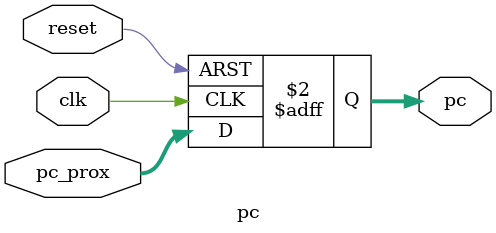
<source format=v>
module pc(
    input clk,                   // Sinal de clock
    input reset,                 // Sinal de reset
    input [31:0] pc_prox,        // Próximo valor do PC
    output reg [31:0] pc         // Valor atual do PC
);
    always @(posedge clk, posedge reset) begin
        if (reset)
            pc <= 32'b0; // Reinicializa o PC se o reset estiver ativo
        else
            pc <= pc_prox; // Atualiza o PC com o próximo valor
    end
endmodule
</source>
